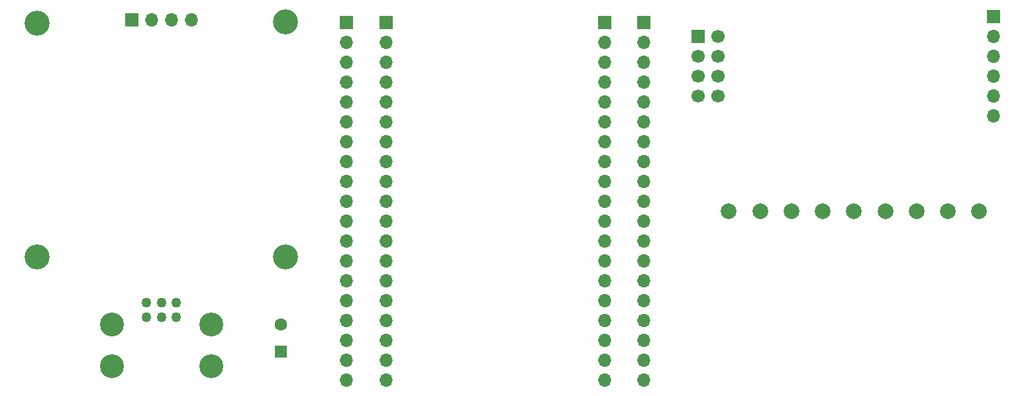
<source format=gbr>
%TF.GenerationSoftware,KiCad,Pcbnew,8.0.2*%
%TF.CreationDate,2024-06-06T15:06:54+02:00*%
%TF.ProjectId,3v radio,33762072-6164-4696-9f2e-6b696361645f,rev?*%
%TF.SameCoordinates,Original*%
%TF.FileFunction,Soldermask,Bot*%
%TF.FilePolarity,Negative*%
%FSLAX46Y46*%
G04 Gerber Fmt 4.6, Leading zero omitted, Abs format (unit mm)*
G04 Created by KiCad (PCBNEW 8.0.2) date 2024-06-06 15:06:54*
%MOMM*%
%LPD*%
G01*
G04 APERTURE LIST*
%ADD10C,3.048000*%
%ADD11C,1.270000*%
%ADD12C,3.200000*%
%ADD13R,1.700000X1.700000*%
%ADD14O,1.700000X1.700000*%
%ADD15R,1.600000X1.600000*%
%ADD16C,1.600000*%
%ADD17C,1.700000*%
%ADD18C,2.000000*%
G04 APERTURE END LIST*
D10*
%TO.C,U2*%
X114728000Y-88901000D03*
X114728000Y-83567000D03*
X102028000Y-88901000D03*
X102028000Y-83567000D03*
D11*
X106473000Y-80773000D03*
X106473000Y-82678000D03*
X108378000Y-80773000D03*
X108378000Y-82678000D03*
X110283000Y-80773000D03*
X110283000Y-82678000D03*
%TD*%
D12*
%TO.C,Oled_screen1*%
X92476000Y-45054000D03*
X92476000Y-74926000D03*
X124226000Y-44926000D03*
X124226000Y-74926000D03*
D13*
X104578000Y-44626000D03*
D14*
X107118000Y-44626000D03*
X109658000Y-44626000D03*
X112198000Y-44626000D03*
%TD*%
D15*
%TO.C,C1*%
X123698000Y-87066000D03*
D16*
X123698000Y-83566000D03*
%TD*%
D13*
%TO.C,ESP32-WROOM-32U1*%
X132080000Y-44958000D03*
X137080000Y-44958000D03*
D14*
X132080000Y-47498000D03*
X137080000Y-47498000D03*
X132080000Y-50038000D03*
X137080000Y-50038000D03*
X132080000Y-52578000D03*
X137080000Y-52578000D03*
X132080000Y-55118000D03*
X137080000Y-55118000D03*
X132080000Y-57658000D03*
X137080000Y-57658000D03*
X132080000Y-60198000D03*
X137080000Y-60198000D03*
X132080000Y-62738000D03*
X137080000Y-62738000D03*
X132080000Y-65278000D03*
X137080000Y-65278000D03*
X132080000Y-67818000D03*
X137080000Y-67818000D03*
X132080000Y-70358000D03*
X137080000Y-70358000D03*
X132080000Y-72898000D03*
X137080000Y-72898000D03*
X132080000Y-75438000D03*
X137080000Y-75438000D03*
X132080000Y-77978000D03*
X137080000Y-77978000D03*
X132080000Y-80518000D03*
X137080000Y-80518000D03*
X132080000Y-83058000D03*
X137080000Y-83058000D03*
X132080000Y-85598000D03*
X137080000Y-85598000D03*
X132080000Y-88138000D03*
X137080000Y-88138000D03*
X132080000Y-90678000D03*
X137080000Y-90678000D03*
D13*
X165020000Y-44958000D03*
X170020000Y-44958000D03*
D14*
X165020000Y-47498000D03*
X170020000Y-47498000D03*
X165020000Y-50038000D03*
X170020000Y-50038000D03*
X165020000Y-52578000D03*
X170020000Y-52578000D03*
X165020000Y-55118000D03*
X170020000Y-55118000D03*
X165020000Y-57658000D03*
X170020000Y-57658000D03*
X165020000Y-60198000D03*
X170020000Y-60198000D03*
X165020000Y-62738000D03*
X170020000Y-62738000D03*
X165020000Y-65278000D03*
X170020000Y-65278000D03*
X165020000Y-67818000D03*
X170020000Y-67818000D03*
X165020000Y-70358000D03*
X170020000Y-70358000D03*
X165020000Y-72898000D03*
X170020000Y-72898000D03*
X165020000Y-75438000D03*
X170020000Y-75438000D03*
X165020000Y-77978000D03*
X170020000Y-77978000D03*
X165020000Y-80518000D03*
X170020000Y-80518000D03*
X165020000Y-83058000D03*
X170020000Y-83058000D03*
X165020000Y-85598000D03*
X170020000Y-85598000D03*
X165020000Y-88138000D03*
X170020000Y-88138000D03*
X165020000Y-90678000D03*
X170020000Y-90678000D03*
%TD*%
D13*
%TO.C,NRF1*%
X214724000Y-44196000D03*
D14*
X214724000Y-46736000D03*
X214724000Y-49276000D03*
X214724000Y-51816000D03*
X214724000Y-54356000D03*
X214724000Y-56896000D03*
D13*
X176986000Y-46736000D03*
D17*
X179526000Y-46736000D03*
X176986000Y-49276000D03*
X179526000Y-49276000D03*
X176986000Y-51816000D03*
X179526000Y-51816000D03*
X176986000Y-54356000D03*
X179526000Y-54356000D03*
%TD*%
D18*
%TO.C,U3*%
X212923625Y-69090500D03*
X208923625Y-69090500D03*
X204923625Y-69090500D03*
X200923625Y-69090500D03*
X196923625Y-69090500D03*
X192923625Y-69090500D03*
X188923625Y-69090500D03*
X184923625Y-69090500D03*
X180923625Y-69090500D03*
%TD*%
M02*

</source>
